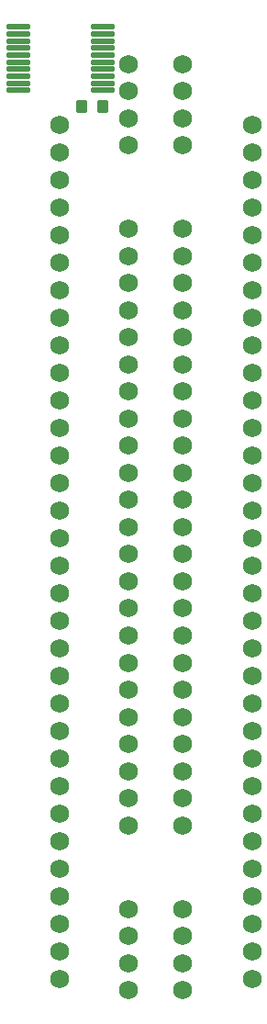
<source format=gbs>
%TF.GenerationSoftware,KiCad,Pcbnew,7.0.8*%
%TF.CreationDate,2024-03-17T19:54:23-04:00*%
%TF.ProjectId,snes-umd,736e6573-2d75-46d6-942e-6b696361645f,0.1*%
%TF.SameCoordinates,Original*%
%TF.FileFunction,Soldermask,Bot*%
%TF.FilePolarity,Negative*%
%FSLAX46Y46*%
G04 Gerber Fmt 4.6, Leading zero omitted, Abs format (unit mm)*
G04 Created by KiCad (PCBNEW 7.0.8) date 2024-03-17 19:54:23*
%MOMM*%
%LPD*%
G01*
G04 APERTURE LIST*
G04 Aperture macros list*
%AMRoundRect*
0 Rectangle with rounded corners*
0 $1 Rounding radius*
0 $2 $3 $4 $5 $6 $7 $8 $9 X,Y pos of 4 corners*
0 Add a 4 corners polygon primitive as box body*
4,1,4,$2,$3,$4,$5,$6,$7,$8,$9,$2,$3,0*
0 Add four circle primitives for the rounded corners*
1,1,$1+$1,$2,$3*
1,1,$1+$1,$4,$5*
1,1,$1+$1,$6,$7*
1,1,$1+$1,$8,$9*
0 Add four rect primitives between the rounded corners*
20,1,$1+$1,$2,$3,$4,$5,0*
20,1,$1+$1,$4,$5,$6,$7,0*
20,1,$1+$1,$6,$7,$8,$9,0*
20,1,$1+$1,$8,$9,$2,$3,0*%
G04 Aperture macros list end*
%ADD10C,1.727200*%
%ADD11RoundRect,0.101600X-0.400000X-0.500000X0.400000X-0.500000X0.400000X0.500000X-0.400000X0.500000X0*%
%ADD12RoundRect,0.100000X-1.000000X-0.150000X1.000000X-0.150000X1.000000X0.150000X-1.000000X0.150000X0*%
G04 APERTURE END LIST*
D10*
%TO.C,CON102*%
X142240000Y-60452000D03*
X142240000Y-62952000D03*
X142240000Y-65452000D03*
X142240000Y-67952000D03*
X142240000Y-75652000D03*
X142240000Y-78152000D03*
X142240000Y-80652000D03*
X142240000Y-83152000D03*
X142240000Y-85652000D03*
X142240000Y-88152000D03*
X142240000Y-90652000D03*
X142240000Y-93152000D03*
X142240000Y-95652000D03*
X142240000Y-98152000D03*
X142240000Y-100652000D03*
X142240000Y-103152000D03*
X142240000Y-105652000D03*
X142240000Y-108152000D03*
X142240000Y-110652000D03*
X142240000Y-113152000D03*
X142240000Y-115652000D03*
X142240000Y-118152000D03*
X142240000Y-120652000D03*
X142240000Y-123152000D03*
X142240000Y-125652000D03*
X142240000Y-128152000D03*
X142240000Y-130652000D03*
X142240000Y-138352000D03*
X142240000Y-140852000D03*
X142240000Y-143352000D03*
X142240000Y-145852000D03*
X147240000Y-60452000D03*
X147240000Y-62952000D03*
X147240000Y-65452000D03*
X147240000Y-67952000D03*
X147240000Y-75652000D03*
X147240000Y-78152000D03*
X147240000Y-80652000D03*
X147240000Y-83152000D03*
X147240000Y-85652000D03*
X147240000Y-88152000D03*
X147240000Y-90652000D03*
X147240000Y-93152000D03*
X147240000Y-95652000D03*
X147240000Y-98152000D03*
X147240000Y-100652000D03*
X147240000Y-103152000D03*
X147240000Y-105652000D03*
X147240000Y-108152000D03*
X147240000Y-110652000D03*
X147240000Y-113152000D03*
X147240000Y-115652000D03*
X147240000Y-118152000D03*
X147240000Y-120652000D03*
X147240000Y-123152000D03*
X147240000Y-125652000D03*
X147240000Y-128152000D03*
X147240000Y-130652000D03*
X147240000Y-138352000D03*
X147240000Y-140852000D03*
X147240000Y-143352000D03*
X147240000Y-145852000D03*
%TD*%
%TO.C,CON101*%
X135890000Y-66040000D03*
X135890000Y-68580000D03*
X135890000Y-71120000D03*
X135890000Y-73660000D03*
X135890000Y-76200000D03*
X135890000Y-78740000D03*
X135890000Y-81280000D03*
X135890000Y-83820000D03*
X135890000Y-86360000D03*
X135890000Y-88900000D03*
X135890000Y-91440000D03*
X135890000Y-93980000D03*
X135890000Y-96520000D03*
X135890000Y-99060000D03*
X135890000Y-101600000D03*
X135890000Y-104140000D03*
X135890000Y-106680000D03*
X135890000Y-109220000D03*
X135890000Y-111760000D03*
X135890000Y-114300000D03*
X135890000Y-116840000D03*
X135890000Y-119380000D03*
X135890000Y-121920000D03*
X135890000Y-124460000D03*
X135890000Y-127000000D03*
X135890000Y-129540000D03*
X135890000Y-132080000D03*
X135890000Y-134620000D03*
X135890000Y-137160000D03*
X135890000Y-139700000D03*
X135890000Y-142240000D03*
X135890000Y-144780000D03*
X153670000Y-144780000D03*
X153670000Y-142240000D03*
X153670000Y-139700000D03*
X153670000Y-137160000D03*
X153670000Y-134620000D03*
X153670000Y-132080000D03*
X153670000Y-129540000D03*
X153670000Y-127000000D03*
X153670000Y-124460000D03*
X153670000Y-121920000D03*
X153670000Y-119380000D03*
X153670000Y-116840000D03*
X153670000Y-114300000D03*
X153670000Y-111760000D03*
X153670000Y-109220000D03*
X153670000Y-106680000D03*
X153670000Y-104140000D03*
X153670000Y-101600000D03*
X153670000Y-99060000D03*
X153670000Y-96520000D03*
X153670000Y-93980000D03*
X153670000Y-91440000D03*
X153670000Y-88900000D03*
X153670000Y-86360000D03*
X153670000Y-83820000D03*
X153670000Y-81280000D03*
X153670000Y-78740000D03*
X153670000Y-76200000D03*
X153670000Y-73660000D03*
X153670000Y-71120000D03*
X153670000Y-68580000D03*
X153670000Y-66040000D03*
%TD*%
D11*
%TO.C,C101*%
X137988000Y-64389000D03*
X139888000Y-64389000D03*
%TD*%
D12*
%TO.C,U101*%
X132117000Y-62894400D03*
X132117000Y-62244400D03*
X132117000Y-61594400D03*
X132117000Y-60944400D03*
X132117000Y-60294400D03*
X132117000Y-59644400D03*
X132117000Y-58994400D03*
X132117000Y-58344400D03*
X132117000Y-57694400D03*
X132117000Y-57044400D03*
X139917000Y-57044400D03*
X139917000Y-57694400D03*
X139917000Y-58344400D03*
X139917000Y-58994400D03*
X139917000Y-59644400D03*
X139917000Y-60294400D03*
X139917000Y-60944400D03*
X139917000Y-61594400D03*
X139917000Y-62244400D03*
X139917000Y-62894400D03*
%TD*%
M02*

</source>
